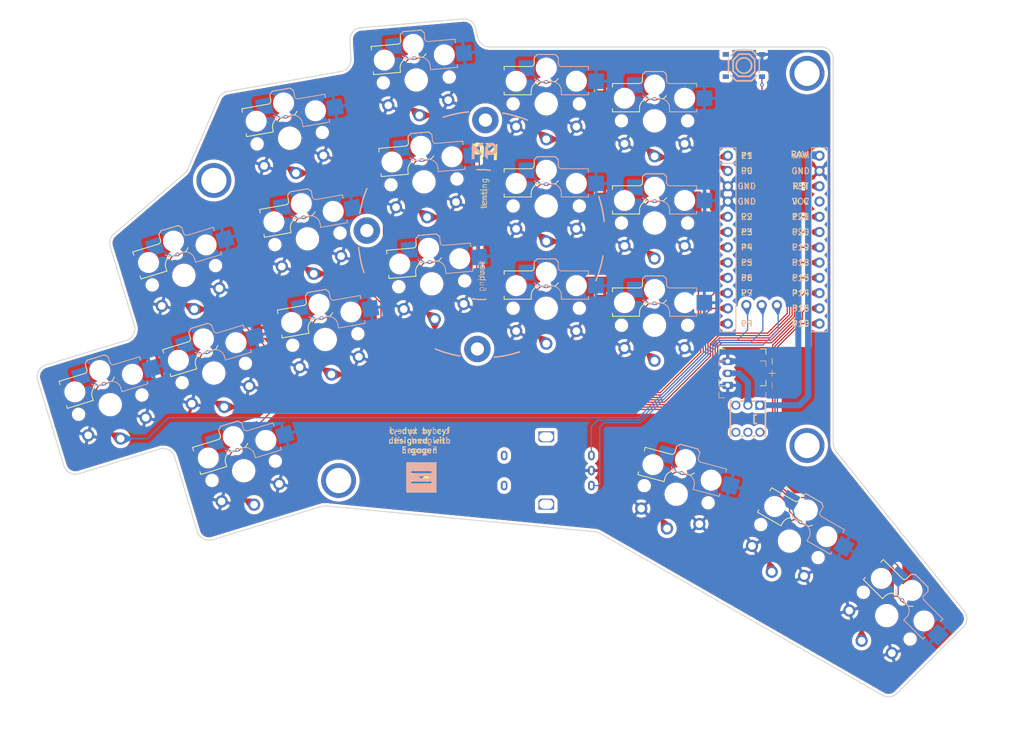
<source format=kicad_pcb>
(kicad_pcb (version 20240108) (generator "pcbnew") (generator_version "8.0")
  (title_block (title "c-dux") (date "2025-04-01") (rev "v1.0.0") (company "Unknown"))
  (layers (0 "F.Cu" signal) (31 "B.Cu" signal) (34 "B.Paste" user) (35 "F.Paste" user) (36 "B.SilkS" user "B.Silkscreen") (37 "F.SilkS" user "F.Silkscreen") (38 "B.Mask" user) (39 "F.Mask" user) (44 "Edge.Cuts" user))
  (net 0 "")
  (net 1 "P101")
  (net 2 "GND")
  (net 3 "P15")
  (net 4 "P18")
  (net 5 "P19")
  (net 6 "P20")
  (net 7 "P21")
  (net 8 "P9")
  (net 9 "P8")
  (net 10 "P7")
  (net 11 "P6")
  (net 12 "P4")
  (net 13 "P3")
  (net 14 "P0")
  (net 15 "P5")
  (net 16 "P2")
  (net 17 "P1")
  (net 18 "P14")
  (net 19 "P16")
  (net 20 "P10")
  (net 21 "RAW")
  (net 22 "RST")
  (net 23 "VCC")
  (net 24 "P102")
  (net 25 "P107")
  (net 26 "BRAW")
  (footprint "ceoloide:switch_choc_v1_v2" (layer "F.Cu") (at 231.319339 92.536869)
    (property "Reference" "S16" (hide yes))
    (property "Value" "")
  )
  (footprint "ceoloide:switch_choc_v1_v2" (layer "F.Cu") (at 234.918996 154.643543 -15)
    (property "Reference" "S17" (hide yes))
    (property "Value" "")
  )
  (footprint "ceoloide:switch_choc_v1_v2" (layer "F.Cu") (at 253.7436 162.440949 -30)
    (property "Reference" "S18" (hide yes))
    (property "Value" "")
  )
  (footprint "ceoloide:switch_choc_v1_v2" (layer "F.Cu") (at 140.845876 139.748329 17)
    (property "Reference" "S1" (hide yes))
    (property "Value" "")
  )
  (footprint "ceoloide:switch_choc_v1_v2" (layer "F.Cu") (at 158.059362 134.485638 17)
    (property "Reference" "S3" (hide yes))
    (property "Value" "")
  )
  (footprint "easyeda2kicad:SW-TH_5.8ZSPT" (layer "F.Cu") (at 246.829339 142.086869)
    (property "Reference" "SW1" (hide yes))
    (property "Value" "SW_Push_Lock")
  )
  (footprint "ceoloide:switch_choc_v1_v2" (layer "F.Cu") (at 192.995876 102.692643 5)
    (property "Reference" "S9" (hide yes))
    (property "Value" "")
  )
  (footprint "easyeda2kicad:SW-SMD_4P-L5.1-W5.1-P3.70-LS6.5-TL_H1.5" (layer "F.Cu") (at 246.169339 83.336869 180)
    (property "Reference" "SW2" (hide yes))
    (property "Value" "SW-SMD_4P")
  )
  (footprint "ceoloide:switch_choc_v1_v2" (layer "F.Cu") (at 231.319339 126.536869)
    (property "Reference" "S14" (hide yes))
    (property "Value" "")
  )
  (footprint "ceoloide:switch_choc_v1_v2" (layer "F.Cu") (at 153.089043 118.228457 17)
    (property "Reference" "S4" (hide yes))
    (property "Value" "")
  )
  (footprint "ceoloide:switch_choc_v1_v2" (layer "F.Cu") (at 213.319339 106.703535)
    (property "Reference" "S12" (hide yes))
    (property "Value" "")
  )
  (footprint "ceoloide:mounting_hole_plated" (layer "F.Cu") (at 256.659339 84.636869)
    (property "Reference" "H1" (hide yes))
    (property "Value" "")
  )
  (footprint "ceoloide:battery_connector_jst_ph_2" (layer "F.Cu") (at 243.475339 133.536869 90)
    (property "Reference" "JST1" (hide yes))
    (property "Value" "")
  )
  (footprint "TentingPuck_NoHole" (layer "F.Cu") (at 202.537099 111.452468 178)
    (property "Reference" "TP1" (hide yes))
    (property "Value" "Tenting Puck, no hole" (hide yes))
  )
  (footprint "ceoloide:mounting_hole_plated" (layer "F.Cu") (at 158.070339 102.462535)
    (property "Reference" "H3" (hide yes))
    (property "Value" "")
  )
  (footprint "ceoloide:switch_choc_v1_v2" (layer "F.Cu") (at 194.278284 119.645384 5)
    (property "Reference" "S8" (hide yes))
    (property "Value" "")
  )
  (footprint "ceoloide:mounting_hole_plated" (layer "F.Cu") (at 256.659339 146.536869)
    (property "Reference" "H2" (hide yes))
    (property "Value" "")
  )
  (footprint "ceoloide:switch_choc_v1_v2" (layer "F.Cu") (at 231.319339 109.536869)
    (property "Reference" "S15" (hide yes))
    (property "Value" "")
  )
  (footprint "ceoloide:utility_ergogen_logo" (layer "F.Cu") (at 192.569339 151.853535)
    (property "Reference" "LOGO1" (hide yes))
    (property "Value" "")
  )
  (footprint "ceoloide:switch_choc_v1_v2" (layer "F.Cu") (at 170.680705 95.424526 10)
    (property "Reference" "S7" (hide yes))
    (property "Value" "")
  )
  (footprint "ceoloide:mounting_hole_plated" (layer "F.Cu") (at 178.799339 152.369535)
    (property "Reference" "H4" (hide yes))
    (property "Value" "")
  )
  (footprint "ceoloide:switch_choc_v1_v2" (layer "F.Cu") (at 213.319339 89.703535)
    (property "Reference" "S13" (hide yes))
    (property "Value" "")
  )
  (footprint "ceoloide:rotary_encoder_ec11_ec12" (layer "F.Cu") (at 213.319339 150.703535 90)
    (property "Reference" "RE1" (hide yes))
    (property "Value" "")
  )
  (footprint "ceoloide:switch_choc_v1_v2" (layer "F.Cu") (at 176.584743 128.90799 10)
    (property "Reference" "S5" (hide yes))
    (property "Value" "")
  )
  (footprint "ceoloide:switch_choc_v1_v2" (layer "F.Cu") (at 173.632724 112.166258 10)
    (property "Reference" "S6" (hide yes))
    (property "Value" "")
  )
  (footprint "ceoloide:mcu_supermini_nrf52840" (layer "F.Cu") (at 251.119339 111.036869)
    (property "Reference" "MCU1" (hide yes))
    (property "Value" "")
  )
  (footprint "ceoloide:switch_choc_v1_v2" (layer "F.Cu") (at 191.713467 85.739902 5)
    (property "Reference" "S10" (hide yes))
    (property "Value" "")
  )
  (footprint "ceoloide:switch_choc_v1_v2" (layer "F.Cu") (at 269.908655 174.844832 -45)
    (property "Reference" "S19" (hide yes))
    (property "Value" "")
  )
  (footprint "ceoloide:switch_choc_v1_v2" (layer "F.Cu") (at 213.319339 123.703535)
    (property "Reference" "S11" (hide yes))
    (property "Value" "")
  )
  (footprint "ceoloide:switch_choc_v1_v2" (layer "F.Cu") (at 163.029681 150.742819 17)
    (property "Reference" "S2" (hide yes))
    (property "Value" "")
  )
  (gr_arc (start 153.742839 100.536808) (mid 153.51811 100.925405) (end 153.212386 101.254109) (stroke (width 0.15)) (layer "Edge.Cuts"))
  (gr_arc (start 175.932021 156.679965) (mid 176.315871 156.602684) (end 176.707421 156.601683) (stroke (width 0.15)) (layer "Edge.Cuts"))
  (gr_arc (start 135.633207 151.223789) (mid 134.109545 151.077055) (end 133.135854 149.895923) (stroke (width 0.15)) (layer "Edge.Cuts"))
  (gr_line (start 149.055221 147.120268) (end 135.633207 151.223789) (stroke (width 0.15)) (layer "Edge.Cuts"))
  (gr_line (start 180.860324 82.247231) (end 180.693517 79.158701) (stroke (width 0.15)) (layer "Edge.Cuts"))
  (gr_arc (start 149.055221 147.120268) (mid 150.581009 147.268069) (end 151.553944 148.452636) (stroke (width 0.15)) (layer "Edge.Cuts"))
  (gr_line (start 269.210791 188.077599) (end 222.222404 161.139194) (stroke (width 0.15)) (layer "Edge.Cuts"))
  (gr_line (start 221.418336 160.883389) (end 176.707421 156.601683) (stroke (width 0.15)) (layer "Edge.Cuts"))
  (gr_line (start 133.135854 149.895923) (end 128.779516 135.646982) (stroke (width 0.15)) (layer "Edge.Cuts"))
  (gr_arc (start 180.693517 79.158701) (mid 181.180125 77.739904) (end 182.516295 77.058453) (stroke (width 0.15)) (layer "Edge.Cuts"))
  (gr_arc (start 271.619728 187.756726) (mid 270.469582 188.325008) (end 269.210791 188.077599) (stroke (width 0.15)) (layer "Edge.Cuts"))
  (gr_line (start 130.107382 133.149629) (end 143.529395 129.046108) (stroke (width 0.15)) (layer "Edge.Cuts"))
  (gr_arc (start 221.418336 160.883389) (mid 221.834016 160.968401) (end 222.222404 161.139194) (stroke (width 0.15)) (layer "Edge.Cuts"))
  (gr_line (start 160.346317 87.650976) (end 179.21053 84.324706) (stroke (width 0.15)) (layer "Edge.Cuts"))
  (gr_line (start 182.516295 77.058453) (end 199.463349 75.575777) (stroke (width 0.15)) (layer "Edge.Cuts"))
  (gr_arc (start 144.85588 126.544256) (mid 144.711651 128.070357) (end 143.529395 129.046108) (stroke (width 0.15)) (layer "Edge.Cuts"))
  (gr_arc (start 282.781177 174.07601) (mid 283.217888 175.436647) (end 282.635071 176.741384) (stroke (width 0.15)) (layer "Edge.Cuts"))
  (gr_line (start 144.85588 126.544256) (end 140.824303 113.467687) (stroke (width 0.15)) (layer "Edge.Cuts"))
  (gr_line (start 175.932021 156.679965) (end 157.821517 162.216902) (stroke (width 0.15)) (layer "Edge.Cuts"))
  (gr_line (start 153.742839 100.536808) (end 158.860834 88.820017) (stroke (width 0.15)) (layer "Edge.Cuts"))
  (gr_arc (start 140.824303 113.467687) (mid 140.814123 112.323202) (end 141.433205 111.36057) (stroke (width 0.15)) (layer "Edge.Cuts"))
  (gr_line (start 261.459019 147.485193) (end 282.781177 174.07601) (stroke (width 0.15)) (layer "Edge.Cuts"))
  (gr_line (start 141.433205 111.36057) (end 153.212386 101.254109) (stroke (width 0.15)) (layer "Edge.Cuts"))
  (gr_line (start 203.905721 80.253535) (end 259.019339 80.253535) (stroke (width 0.15)) (layer "Edge.Cuts"))
  (gr_line (start 201.585155 77.112902) (end 201.958227 78.7088) (stroke (width 0.15)) (layer "Edge.Cuts"))
  (gr_arc (start 128.779516 135.646982) (mid 128.926209 134.123277) (end 130.107382 133.149629) (stroke (width 0.15)) (layer "Edge.Cuts"))
  (gr_arc (start 157.821517 162.216902) (mid 156.29577 162.069067) (end 155.322794 160.884534) (stroke (width 0.15)) (layer "Edge.Cuts"))
  (gr_line (start 155.322794 160.884534) (end 151.553944 148.452635) (stroke (width 0.15)) (layer "Edge.Cuts"))
  (gr_arc (start 158.860834 88.820017) (mid 159.456747 88.048926) (end 160.346317 87.650976) (stroke (width 0.15)) (layer "Edge.Cuts"))
  (gr_arc (start 203.905721 80.253535) (mid 202.662828 79.820475) (end 201.958227 78.7088) (stroke (width 0.15)) (layer "Edge.Cuts"))
  (gr_arc (start 199.463349 75.575777) (mid 200.811033 75.948497) (end 201.585155 77.112902) (stroke (width 0.15)) (layer "Edge.Cuts"))
  (gr_arc (start 180.860324 82.247231) (mid 180.42945 83.598885) (end 179.21053 84.324706) (stroke (width 0.15)) (layer "Edge.Cuts"))
  (gr_line (start 261.019339 82.253535) (end 261.019339 146.234032) (stroke (width 0.15)) (layer "Edge.Cuts"))
  (gr_arc (start 261.459019 147.485193) (mid 261.132442 146.897119) (end 261.019339 146.234032) (stroke (width 0.15)) (layer "Edge.Cuts"))
  (gr_arc (start 259.019339 80.253535) (mid 260.433515 80.839337) (end 261.019339 82.253535) (stroke (width 0.15)) (layer "Edge.Cuts"))
  (gr_line (start 282.635071 176.741384) (end 271.619729 187.756726) (stroke (width 0.15)) (layer "Edge.Cuts"))
  (gr_text "c-dux by cyf\ndesigned with\nErgogen" (at 192.249339 145.703535 0) (layer "B.SilkS") (effects (font (size 1 1)) (justify mirror)))
  (gr_text "c-dux by cyf\ndesigned with\nErgogen" (at 192.249339 145.703535 0) (layer "F.SilkS") (effects (font (size 1 1))))
  (segment (start 138.872758 136.560939) (end 137.641162 138.877234) (width 0.2) (layer "F.Cu") (net 1))
  (segment (start 137.641162 138.877234) (end 139.062089 143.524875) (width 0.2) (layer "F.Cu") (net 1))
  (segment (start 142.238163 133.100798) (end 140.694519 136.003971) (width 0.2) (layer "F.Cu") (net 1))
  (segment (start 140.694519 136.003971) (end 139.786029 136.281724) (width 0.2) (layer "F.Cu") (net 1))
  (segment (start 139.062089 143.524875) (end 142.57087 145.390527) (width 0.2) (layer "F.Cu") (net 1))
  (segment (start 139.786029 136.281724) (end 138.872758 136.560939) (width 0.2) (layer "F.Cu") (net 1))
  (via (at 139.786029 136.281724) (size 0.6) (drill 0.3) (layers "F.Cu" "B.Cu") (net 1))
  (segment (start 147.059473 145.390527) (end 142.570869 145.390527) (width 0.2) (layer "B.Cu") (net 1))
  (segment (start 228.658628 141.92) (end 150.53 141.92) (width 0.2) (layer "B.Cu") (net 1))
  (segment (start 245.08 129.03) (end 241.548628 129.03) (width 0.2) (layer "B.Cu") (net 1))
  (segment (start 246.779339 127.330661) (end 245.08 129.03) (width 0.2) (layer "B.Cu") (net 1))
  (segment (start 150.53 141.92) (end 147.059473 145.390527) (width 0.2) (layer "B.Cu") (net 1))
  (segment (start 241.548628 129.03) (end 228.658628 141.92) (width 0.2) (layer "B.Cu") (net 1))
  (segment (start 246.779339 123.182069) (end 246.779339 127.330661) (width 0.2) (layer "B.Cu") (net 1))
  (segment (start 135.974367 135.015833) (end 138.87754 136.559477) (width 0.2) (layer "B.Cu") (net 1))
  (segment (start 138.87754 136.559477) (end 139.786029 136.281724) (width 0.2) (layer "B.Cu") (net 1))
  (segment (start 255.22 117.62) (end 243.556869 105.956869) (width 1) (layer "B.Cu") (net 2))
  (segment (start 243.475339 132.536869) (end 253.673131 132.536869) (width 1) (layer "B.Cu") (net 2))
  (segment (start 253.673131 132.536869) (end 255.22 130.99) (width 1) (layer "B.Cu") (net 2))
  (segment (start 243.556869 105.956869) (end 243.499339 105.956869) (width 1) (layer "B.Cu") (net 2))
  (segment (start 255.22 130.99) (end 255.22 117.62) (width 1) (layer "B.Cu") (net 2))
  (segment (start 254.98 125.242744) (end 250.772744 129.45) (width 0.2) (layer "F.Cu") (net 3))
  (segment (start 241.8 132.175488) (end 233.435488 140.54) (width 0.2) (layer "F.Cu") (net 3))
  (segment (start 161.245893 154.519365) (end 164.754674 156.385017) (width 0.2) (layer "F.Cu") (net 3))
  (segment (start 233.435488 140.54) (end 167.977255 140.54) (width 0.2) (layer "F.Cu") (net 3))
  (segment (start 254.98 119.16) (end 254.98 125.242744) (width 0.2) (layer "F.Cu") (net 3))
  (segment (start 159.824967 149.871724) (end 161.245893 154.519365) (width 0.2) (layer "F.Cu") (net 3))
  (segment (start 242.475686 129.45) (end 241.8 130.125686) (width 0.2) (layer "F.Cu") (net 3))
  (segment (start 161.056563 147.555429) (end 159.824967 149.871724) (width 0.2) (layer "F.Cu") (net 3))
  (segment (start 258.739339 118.656869) (end 255.483131 118.656869) (width 0.2) (layer "F.Cu") (net 3))
  (segment (start 162.878323 146.998461) (end 161.969834 147.276214) (width 0.2) (layer "F.Cu") (net 3))
  (segment (start 241.8 130.125686) (end 241.8 132.175488) (width 0.2) (layer "F.Cu") (net 3))
  (segment (start 250.772744 129.45) (end 242.475686 129.45) (width 0.2) (layer "F.Cu") (net 3))
  (segment (start 164.421967 144.095288) (end 162.878323 146.998461) (width 0.2) (layer "F.Cu") (net 3))
  (segment (start 167.977255 140.54) (end 164.421967 144.095288) (width 0.2) (layer "F.Cu") (net 3))
  (segment (start 161.969834 147.276214) (end 161.056563 147.555429) (width 0.2) (layer "F.Cu") (net 3))
  (segment (start 255.483131 118.656869) (end 254.98 119.16) (width 0.2) (layer "F.Cu") (net 3))
  (via (at 161.969834 147.276214) (size 0.6) (drill 0.3) (layers "F.Cu" "B.Cu") (net 3))
  (segment (start 161.061344 147.553968) (end 161.969834 147.276214) (width 0.2) (layer "B.Cu") (net 3))
  (segment (start 158.158171 146.010323) (end 161.061344 147.553968) (width 0.2) (layer "B.Cu") (net 3))
  (segment (start 154.854648 133.614543) (end 156.275574 138.262184) (width 0.2) (layer "F.Cu") (net 4))
  (segment (start 255.493131 116.106869) (end 254.58 117.02) (width 0.2) (layer "F.Cu") (net 4))
  (segment (start 250.607058 129.05) (end 242.31 129.05) (width 0.2) (layer "F.Cu") (net 4))
  (segment (start 241.4 129.96) (end 241.4 132.009802) (width 0.2) (layer "F.Cu") (net 4))
  (segment (start 157.908004 130.74128) (end 156.999515 131.019033) (width 0.2) (layer "F.Cu") (net 4))
  (segment (start 156.999515 131.019033) (end 156.086244 131.298248) (width 0.2) (layer "F.Cu") (net 4))
  (segment (start 167.5 140.14) (end 167.487836 140.127836) (width 0.2) (layer "F.Cu") (net 4))
  (segment (start 241.4 132.009802) (end 233.269802 140.14) (width 0.2) (layer "F.Cu") (net 4))
  (segment (start 159.451648 127.838108) (end 157.908004 130.74128) (width 0.2) (layer "F.Cu") (net 4))
  (segment (start 255.756869 116.116869) (end 255.756869 116.106869) (width 0.2) (layer "F.Cu") (net 4))
  (segment (start 156.086244 131.298248) (end 154.854648 133.614543) (width 0.2) (layer "F.Cu") (net 4))
  (segment (start 242.31 129.05) (end 241.4 129.96) (width 0.2) (layer "F.Cu") (net 4))
  (segment (start 255.756869 116.106869) (end 255.493131 116.106869) (width 0.2) (layer "F.Cu") (net 4))
  (segment (start 156.275574 138.262184) (end 159.784355 140.127836) (width 0.2) (layer "F.Cu") (net 4))
  (segment (start 254.58 125.077058) (end 250.607058 129.05) (width 0.2) (layer "F.Cu") (net 4))
  (segment (start 258.739339 116.116869) (end 255.756869 116.116869) (width 0.2) (layer "F.Cu") (net 4))
  (segment (start 254.58 117.02) (end 254.58 125.077058) (width 0.2) (layer "F.Cu") (net 4))
  (segment (start 167.487836 140.127836) (end 159.784355 140.127836) (width 0.2) (layer "F.Cu") (net 4))
  (segment (start 233.269802 140.14) (end 167.5 140.14) (width 0.2) (layer "F.Cu") (net 4))
  (via (at 156.999515 131.019033) (size 0.6) (drill 0.3) (layers "F.Cu" "B.Cu") (net 4))
  (segment (start 153.187852 129.753142) (end 156.091025 131.296787) (width 0.2) (layer "B.Cu") (net 4))
  (segment (start 156.091025 131.296787) (end 156.999515 131.019033) (width 0.2) (layer "B.Cu") (net 4))
  (segment (start 242.144314 128.65) (end 241 129.794314) (width 0.2) (layer "F.Cu") (net 5))
  (segment (start 149.884329 117.357362) (end 151.305255 122.005003) (width 0.2) (layer "F.Cu") (net 5))
  (segment (start 151.115925 115.041067) (end 149.884329 117.357362) (width 0.2) (layer "F.Cu") (net 5))
  (segment (start 151.305255 122.005003) (end 154.814036 123.870655) (width 0.2) (layer "F.Cu") (net 5))
  (segment (start 233.104116 139.74) (end 168.03 139.74) (width 0.2) (layer "F.Cu") (net 5))
  (segment (start 241 129.794314) (end 241 131.844116) (width 0.2) (layer "F.Cu") (net 5))
  (segment (start 152.029196 114.761853) (end 151.115925 115.041067) (width 0.2) (layer "F.Cu") (net 5))
  (segment (start 160.430655 123.870655) (end 154.814036 123.870655) (width 0.2) (layer "F.Cu") (net 5))
  (segment (start 241 131.844116) (end 233.104116 139.74) (width 0.2) (layer "F.Cu") (net 5))
  (segment (start 254.18 124.911372) (end 250.441372 128.65) (width 0.2) (layer "F.Cu") (net 5))
  (segment (start 152.937685 114.484099) (end 152.029196 114.761853) (width 0.2) (layer "F.Cu") (net 5))
  (segment (start 154.481329 111.580927) (end 152.937685 114.484099) (width 0.2) (layer "F.Cu") (net 5))
  (segment (start 254.18 114.72) (end 254.18 124.911372) (width 0.2) (layer "F.Cu") (net 5))
  (segment (start 258.739339 113.576869) (end 255.323131 113.576869) (width 0.2) (layer "F.Cu") (net 5))
  (segment (start 255.323131 113.576869) (end 254.18 114.72) (width 0.2) (layer "F.Cu") (net 5))
  (segment (start 250.441372 128.65) (end 242.144314 128.65) (width 0.2) (layer "F.Cu") (net 5))
  (segment (start 167.19 138.9) (end 167.19 130.63) (width 0.2) (layer "F.Cu") (net 5))
  (segment (start 168.03 139.74) (end 167.19 138.9) (width 0.2) (layer "F.Cu") (net 5))
  (segment (start 167.19 130.63) (end 160.430655 123.870655) (width 0.2) (layer "F.Cu") (net 5))
  (via (at 152.029196 114.761853) (size 0.6) (drill 0.3) (layers "F.Cu" "B.Cu") (net 5))
  (segment (start 148.217533 113.495961) (end 151.120706 115.039606) (width 0.2) (layer "B.Cu") (net 5))
  (segment (start 151.120706 115.039606) (end 152.029196 114.761853) (width 0.2) (layer "B.Cu") (net 5))
  (segment (start 258.739339 111.036869) (end 255.043131 111.036869) (width 0.2) (layer "F.Cu") (net 6))
  (segment (start 250.275686 128.25) (end 241.978628 128.25) (width 0.2) (layer "F.Cu") (net 6))
  (segment (start 240.6 131.67843) (end 232.93843 139.34) (width 0.2) (layer "F.Cu") (net 6))
  (segment (start 176.890835 125.173096) (end 175.955268 125.338061) (width 0.2) (layer "F.Cu") (net 6))
  (segment (start 173.510076 127.652831) (end 174.354006 132.438997) (width 0.2) (layer "F.Cu") (net 6))
  (segment (start 187.164314 139.105685) (end 185.44 137.381372) (width 0.2) (layer "F.Cu") (net 6))
  (segment (start 240.6 129.628628) (end 240.6 131.67843) (width 0.2) (layer "F.Cu") (net 6))
  (segment (start 185.44 137.381372) (end 185.44 135.31) (width 0.2) (layer "F.Cu") (net 6))
  (segment (start 253.78 112.3) (end 253.78 124.745686) (width 0.2) (layer "F.Cu") (net 6))
  (segment (start 175.955268 125.338061) (end 175.014777 125.503895) (width 0.2) (layer "F.Cu") (net 6))
  (segment (start 255.043131 111.036869) (end 253.78 112.3) (width 0.2) (layer "F.Cu") (net 6))
  (segment (start 174.354006 132.438997) (end 177.609267 134.718355) (width 0.2) (layer "F.Cu") (net 6))
  (segment (start 253.78 124.745686) (end 250.275686 128.25) (width 0.2) (layer "F.Cu") (net 6))
  (segment (start 232.93843 139.34) (end 187.398628 139.34) (width 0.2) (layer "F.Cu") (net 6))
  (segment (start 241.978628 128.25) (end 240.6 129.628628) (width 0.2) (layer "F.Cu") (net 6))
  (segment (start 187.398628 139.34) (end 187.164314 139.105685) (width 0.2) (layer "F.Cu") (net 6))
  (segment (start 178.776781 122.479686) (end 176.890835 125.173096) (width 0.2) (layer "F.Cu") (net 6))
  (segment (start 175.014777 125.503895) (end 173.510076 127.652831) (width 0.2) (layer "F.Cu") (net 6))
  (segment (start 185.44 135.31) (end 184.848356 134.718356) (width 0.2) (layer "F.Cu") (net 6))
  (segment (start 184.848356 134.718356) (end 177.609267 134.718356) (width 0.2) (layer "F.Cu") (net 6))
  (via (at 175.955268 125.338061) (size 0.6) (drill 0.3) (layers "F.Cu" "B.Cu") (net 6))
  (segment (start 172.326291 123.617081) (end 175.019701 125.503027) (width 0.2) (layer "B.Cu") (net 6))
  (segment (start 175.019701 125.503027) (end 175.955268 125.338061) (width 0.2) (layer "B.Cu") (net 6))
  (segment (start 172.062758 108.762164) (end 170.558057 110.911099) (width 0.2) (layer "F.Cu") (net 7))
  (segment (start 180.990938 117.976624) (end 174.657248 117.976624) (width 0.2) (layer "F.Cu") (net 7))
  (segment (start 253.38 110.39) (end 253.38 124.58) (width 0.2) (layer "F.Cu") (net 7))
  (segment (start 175.824762 105.737954) (end 173.938816 108.431364) (width 0.2) (layer "F.Cu") (net 7))
  (segment (start 171.401987 115.697265) (end 174.657248 117.976623) (width 0.2) (layer "F.Cu") (net 7))
  (segment (start 173.938816 108.431364) (end 173.003249 108.59633) (width 0.2) (layer "F.Cu") (net 7))
  (segment (start 185.84 137.215686) (end 185.84 122.825686) (width 0.2) (layer "F.Cu") (net 7))
  (segment (start 253.38 124.58) (end 250.11 127.85) (width 0.2) (layer "F.Cu") (net 7))
  (segment (start 240.2 129.462942) (end 240.2 131.512744) (width 0.2) (layer "F.Cu") (net 7))
  (segment (start 170.558057 110.911099) (end 171.401987 115.697265) (width 0.2) (layer "F.Cu") (net 7))
  (segment (start 185.84 122.825686) (end 180.990938 117.976624) (width 0.2) (layer "F.Cu") (net 7))
  (segment (start 187.564314 138.94) (end 185.84 137.215686) (width 0.2) (layer "F.Cu") (net 7))
  (segment (start 241.812942 127.85) (end 240.2 129.462942) (width 0.2) (layer "F.Cu") (net 7))
  (segment (start 240.2 131.512744) (end 232.772744 138.94) (width 0.2) (layer "F.Cu") (net 7))
  (segment (start 173.003249 108.59633) (end 172.062758 108.762164) (width 0.2) (layer "F.Cu") (net 7))
  (segment (start 258.739339 108.496869) (end 255.273131 108.496869) (width 0.2) (layer "F.Cu") (net 7))
  (segment (start 232.772744 138.94) (end 187.564314 138.94) (width 0.2) (layer "F.Cu") (net 7))
  (segment (start 255.273131 108.496869) (end 253.38 110.39) (width 0.2) (layer "F.Cu") (net 7))
  (segment (start 250.11 127.85) (end 241.812942 127.85) (width 0.2) (layer "F.Cu") (net 7))
  (via (at 173.003249 108.59633) (size 0.6) (drill 0.3) (layers "F.Cu" "B.Cu") (net 7))
  (segment (start 172.067682 108.761295) (end 173.003249 108.59633) (width 0.2) (layer "B.Cu") (net 7))
  (segment (start 169.374272 106.875349) (end 172.067682 108.761295) (width 0.2) (layer "B.Cu") (net 7))
  (segment (start 168.449968 98.955533) (end 171.705229 101.234892) (width 0.2) (layer "F.Cu") (net 8))
  (segment (start 170.986797 91.689632) (end 170.05123 91.854598) (width 0.2) (layer "F.Cu") (net 8))
  (segment (start 186.24 122.66) (end 183.04 119.46) (width 0.2) (layer "F.Cu") (net 8))
  (segment (start 186.26 106.35) (end 181.144892 101.234892) (width 0.2) (layer "F.Cu") (net 8))
  (segment (start 170.05123 91.854598) (end 169.110739 92.020432) (width 0.2) (layer "F.Cu") (net 8))
  (segment (start 232.607058 138.54) (end 187.73 138.54) (width 0.2) (layer "F.Cu") (net 8))
  (segment (start 243.499339 126.276869) (end 241.083131 126.276869) (width 0.2) (layer "F.Cu") (net 8))
  (segment (start 183.04 119.46) (end 183.04 115.81) (width 0.2) (layer "F.Cu") (net 8))
  (segment (start 183.04 115.81) (end 186.26 112.59) (width 0.2) (layer "F.Cu") (net 8))
  (segment (start 186.24 137.05) (end 186.24 122.66) (width 0.2) (layer "F.Cu") (net 8))
  (segment (start 241.083131 126.276869) (end 239.8 127.56) (width 0.2) (layer "F.Cu") (net 8))
  (segment (start 239.8 131.347058) (end 232.607058 138.54) (width 0.2) (layer "F.Cu") (net 8))
  (segment (start 169.110739 92.020432) (end 167.606038 94.169368) (width 0.2) (layer "F.Cu") (net 8))
  (segment (start 187.73 138.54) (end 186.24 137.05) (width 0.2) (layer "F.Cu") (net 8))
  (segment (start 167.606038 94.169368) (end 168.449968 98.955533) (width 0.2) (layer "F.Cu") (net 8))
  (segment (start 172.872743 88.996222) (end 170.986797 91.689632) (width 0.2) (layer "F.Cu") (net 8))
  (segment (start 181.144892 101.234892) (end 171.705229 101.234892) (width 0.2) (layer "F.Cu") (net 8))
  (segment (start 239.8 127.56) (end 239.8 131.347058) (width 0.2) (layer "F.Cu") (net 8))
  (segment (start 186.26 112.59) (end 186.26 106.35) (width 0.2) (layer "F.Cu") (net 8))
  (via (at 170.05123 91.854598) (size 0.6) (drill 0.3) (layers "F.Cu" "B.Cu") (net 8))
  (segment (start 169.115663 92.019564) (end 170.05123 91.854598) (width 0.2) (layer "B.Cu") (net 8))
  (segment (start 166.422253 90.133618) (end 169.115663 92.019564) (width 0.2) (layer "B.Cu") (net 8))
  (segment (start 239.4 125.1) (end 239.4 131.181372) (width 0.2) (layer "F.Cu") (net 9))
  (segment (start 240.763131 123.736869) (end 239.4 125.1) (width 0.2) (layer "F.Cu") (net 9))
  (segment (start 191.748288 122.968533) (end 194.792503 125.522933) (width 0.2) (layer "F.Cu") (net 9))
  (segment (start 193.962345 116.034178) (end 193.010979 116.117412) (width 0.2) (layer "F.Cu") (net 9))
  (segment (start 196.2 138.14) (end 194.792503 136.732503) (width 0.2) (layer "F.Cu") (net 9))
  (segment (start 191.324712 118.127027) (end 191.748288 122.968533) (width 0.2) (layer "F.Cu") (net 9))
  (segment (start 239.4 131.181372) (end 232.441372 138.14) (width 0.2) (layer "F.Cu") (net 9))
  (segment (start 232.441372 138.14) (end 196.2 138.14) (width 0.2) (layer "F.Cu") (net 9))
  (segment (start 193.010979 116.117412) (end 191.324712 118.127027) (width 0.2) (layer "F.Cu") (net 9))
  (segment (start 243.499339 123.736869) (end 240.763131 123.736869) (width 0.2) (layer "F.Cu") (net 9))
  (segment (start 194.90873 115.95138) (end 193.962345 116.034178) (width 0.2) (layer "F.Cu") (net 9))
  (segment (start 197.022245 113.43259) (end 194.90873 115.95138) (width 0.2) (layer "F.Cu") (net 9))
  (segment (start 194.792503 136.732503) (end 194.792503 125.522933) (width 0.2) (layer "F.Cu") (net 9))
  (via (at 193.962345 116.034178) (size 0.6) (drill 0.3) (layers "F.Cu" "B.Cu") (net 9))
  (segment (start 193.01596 116.116976) (end 193.962345 116.034178) (width 0.2) (layer "B.Cu") (net 9))
  (segment (start 190.49717 114.00346) (end 193.01596 116.116976) (width 0.2) (layer "B.Cu") (net 9))
  (segment (start 239 131.015686) (end 232.275686 137.74) (width 0.2) (layer "F.Cu") (net 10))
  (segment (start 201.78 110.41) (end 199.940192 108.570192) (width 0.2) (layer "F.Cu") (net 10))
  (segment (start 243.499339 121.196869) (end 241.203131 121.196869) (width 0.2) (layer "F.Cu") (net 10))
  (segment (start 199.940192 108.570192) (end 193.510095 108.570192) (width 0.2) (layer "F.Cu") (net 10))
  (segment (start 205.46 136.095686) (end 205.46 125.025686) (width 0.2) (layer "F.Cu") (net 10))
  (segment (start 205.46 125.025686) (end 201.78 121.345686) (width 0.2) (layer "F.Cu") (net 10))
  (segment (start 201.78 121.345686) (end 201.78 110.41) (width 0.2) (layer "F.Cu") (net 10))
  (segment (start 207.104314 137.74) (end 205.46 136.095686) (width 0.2) (layer "F.Cu") (net 10))
  (segment (start 191.72857 99.164671) (end 190.042303 101.174286) (width 0.2) (layer "F.Cu") (net 10))
  (segment (start 232.275686 137.74) (end 207.104314 137.74) (width 0.2) (layer "F.Cu") (net 10))
  (segment (start 190.46588 106.015792) (end 193.510095 108.570192) (width 0.2) (layer "F.Cu") (net 10))
  (segment (start 195.739837 96.479849) (end 193.626321 98.998639) (width 0.2) (layer "F.Cu") (net 10))
  (segment (start 192.679936 99.081437) (end 191.72857 99.164671) (width 0.2) (layer "F.Cu") (net 10))
  (segment (start 190.042303 101.174286) (end 190.46588 106.015792) (width 0.2) (layer "F.Cu") (net 10))
  (segment (start 239 123.4) (end 239 131.015686) (width 0.2) (layer "F.Cu") (net 10))
  (segment (start 193.626321 98.998639) (end 192.679936 99.081437) (width 0.2) (layer "F.Cu") (net 10))
  (segment (start 241.203131 121.196869) (end 239 123.4) (width 0.2) (layer "F.Cu") (net 10))
  (via (at 192.679936 99.081437) (size 0.6) (drill 0.3) (layers "F.Cu" "B.Cu") (net 10))
  (segment (start 191.733551 99.164235) (end 192.679936 99.081437) (width 0.2) (layer "B.Cu") (net 10))
  (segment (start 189.214761 97.050719) (end 191.733551 99.164235) (width 0.2) (layer "B.Cu") (net 10))
  (segment (start 243.499339 118.656869) (end 240.983131 118.656869) (width 0.2) (layer "F.Cu") (net 11))
  (segment (start 205.86 124.86) (end 202.18 121.18) (width 0.2) (layer "F.Cu") (net 11))
  (segment (start 197.027451 91.617451) (end 192.227686 91.617451) (width 0.2) (layer "F.Cu") (net 11))
  (segment (start 238.6 121.04) (end 238.6 130.85) (width 0.2) (layer "F.Cu") (net 11))
  (segment (start 202.18 96.77) (end 197.027451 91.617451) (width 0.2) (layer "F.Cu") (net 11))
  (segment (start 192.343912 82.045898) (end 191.397527 82.128696) (width 0.2) (layer "F.Cu") (net 11))
  (segment (start 240.983131 118.656869) (end 238.6 121.04) (width 0.2) (layer "F.Cu") (net 11))
  (segment (start 205.86 135.93) (end 205.86 124.86) (width 0.2) (layer "F.Cu") (net 11))
  (segment (start 232.11 137.34) (end 207.27 137.34) (width 0.2) (layer "F.Cu") (net 11))
  (segment (start 238.6 130.85) (end 232.11 137.34) (width 0.2) (layer "F.Cu") (net 11))
  (segment (start 188.759894 84.221545) (end 189.183471 89.063051) (width 0.2) (layer "F.Cu") (net 11))
  (segment (start 189.183471 89.063051) (end 192.227686 91.617451) (width 0.2) (layer "F.Cu") (net 11))
  (segment (start 194.457428 79.527108) (end 192.343912 82.045898) (width 0.2) (layer "F.Cu") (net 11))
  (segment (start 190.446161 82.21193) (end 188.759894 84.221545) (width 0.2) (layer "F.Cu") (net 11))
  (segment (start 207.27 137.34) (end 205.86 135.93) (width 0.2) (layer "F.Cu") (net 11))
  (segment (start 191.397527 82.128696) (end 190.446161 82.21193) (width 0.2) (layer "F.Cu") (net 11))
  (segment (start 202.18 121.18) (end 202.18 96.77) (width 0.2) (layer "F.Cu") (net 11))
  (via (at 191.397527 82.128696) (size 0.6) (drill 0.3) (layers "F.Cu" "B.Cu") (net 11))
  (segment (start 190.451142 82.211494) (end 191.397527 82.128696) (width 0.2) (layer "B.Cu") (net 11))
  (segment (start 187.932353 80.097978) (end 190.451142 82.211494) (width 0.2) (layer "B.Cu") (net 11))
  (segment (start 241.363131 113.576869) (end 240.56 114.38) (width 0.2) (layer "F.Cu") (net 12))
  (segment (start 238.626465 117.753535) (end 216.594339 117.753535) (width 0.2) (layer "F.Cu") (net 12))
  (segment (start 210.509339 121.933535) (end 210.509339 126.793535) (width 0.2) (layer "F.Cu") (net 12))
  (segment (start 216.594339 117.753535) (end 214.269339 120.078535) (width 0.2) (layer "F.Cu") (net 12))
  (segment (start 243.499339 113.576869) (end 241.363131 113.576869) (width 0.2) (layer "F.Cu") (net 12))
  (segment (start 210.509339 126.793535) (end 213.319339 129.603535) (width 0.2) (layer "F.Cu") (net 12))
  (segment (start 212.364339 120.078535) (end 210.509339 121.933535) (width 0.2) (layer "F.Cu") (net 12))
  (segment (start 214.269339 120.078535) (end 213.319339 120.078535) (width 0.2) (layer "F.Cu") (net 12))
  (segment (start 240.325685 116.054314) (end 238.626465 117.753535) (width 0.2) (layer "F.Cu") (net 12))
  (segment (start 240.56 115.82) (end 240.325685 116.054314) (width 0.2) (layer "F.Cu") (net 12))
  (segment (start 213.319339 120.078535) (end 212.364339 120.078535) (width 0.2) (layer "F.Cu") (net 12))
  (segment (start 240.56 114.38) (end 240.56 115.82) (width 0.2) (layer "F.Cu") (net 12))
  (via (at 213.319339 120.078535) (size 0.6) (drill 0.3) (layers "F.Cu" "B.Cu") (net 12))
  (segment (start 210.044339 117.753535) (end 212.369339 120.078535) (width 0.2) (layer "B.Cu") (net 12))
  (segment (start 212.369339 120.078535) (end 213.319339 120.078535) (width 0.2) (layer "B.Cu") (net 12))
  (segment (start 243.499339 111.036869) (end 240.923131 111.036869) (width 0.2) (layer "F.Cu") (net 13))
  (segment (start 213.319339 103.078535) (end 212.364339 103.078535) (width 0.2) (layer "F.Cu") (net 13))
  (segment (start 215.943535 112.603535) (end 213.319339 112.603535) (width 0.2) (layer "F.Cu") (net 13))
  (segment (start 240.16 111.8) (end 240.16 115.654314) (width 0.2) (layer "F.Cu") (net 13))
  (segment (start 214.269339 103.078535) (end 213.319339 103.078535) (width 0.2) (layer "F.Cu") (net 13))
  (segment (start 240.16 115.654314) (end 238.460779 117.353535) (width 0.2) (layer "F.Cu") (net 13))
  (segment (start 210.509339 104.933535) (end 210.509339 109.793535) (width 0.2) (layer "F.Cu") (net 13))
  (segment (start 212.364339 103.078535) (end 210.509339 104.933535) (width 0.2) (layer "F.Cu") (net 13))
  (segment (start 240.923131 111.036869) (end 240.16 111.8) (width 0.2) (layer "F.Cu") (net 13))
  (segment (start 238.460779 117.353535) (end 220.693535 117.353535) (width 0.2) (layer "F.Cu") (net 13))
  (segment (start 216.594339 100.753535) (end 214.269339 103.078535) (width 0.2) (layer "F.Cu") (net 13))
  (segment (start 210.509339 109.793535) (end 213.319339 112.603535) (width 0.2) (layer "F.Cu") (net 13))
  (segment (start 220.693535 117.353535) (end 215.943535 112.603535) (width 0.2) (layer "F.Cu") (net 13))
  (via (at 213.319339 103.078535) (size 0.6) (drill 0.3) (layers "F.Cu" "B.Cu") (net 13))
  (segment (start 212.369339 103.078535) (end 213.319339 103.078535) (width 0.2) (layer "B.Cu") (net 13))
  (segment (start 210.044339 100.753535) (end 212.369339 103.078535) (width 0.2) (layer "B.Cu") (net 13))
  (segment (start 243.499339 100.876869) (end 242.72247 100.1) (width 0.2) (layer "F.Cu") (net 14))
  (segment (start 212.364339 86.078535) (end 210.509339 87.933535) (width 0.2) (layer "F.Cu") (net 14))
  (segment (start 219.77 96.85) (end 218.523535 95.603535) (width 0.2) (layer "F.Cu") (net 14))
  (segment (start 213.319339 86.078535) (end 212.364339 86.078535) (width 0.2) (layer "F.Cu") (net 14))
  (segment (start 216.594339 83.753535) (end 214.269339 86.078535) (width 0.2) (layer "F.Cu") (net 14))
  (segment (start 210.509339 92.793535) (end 213.319339 95.603535) (width 0.2) (layer "F.Cu") (net 14))
  (segment (start 210.509339 87.933535) (end 210.509339 92.793535) (width 0.2) (layer "F.Cu") (net 14))
  (segment (start 220.64 100.1) (end 219.77 99.23) (width 0.2) (layer "F.Cu") (net 14))
  (segment (start 218.523535 95.603535) (end 213.319339 95.603535) (width 0.2) (layer "F.Cu") (net 14))
  (segment (start 214.269339 86.078535) (end 213.319339 86.078535) (width 0.2) (layer "F.Cu") (net 14))
  (segment (start 242.72247 100.1) (end 220.64 100.1) (width 0.2) (layer "F.Cu") (net 14))
  (segment (start 219.77 99.23) (end 219.77 96.85) (width 0.2) (layer "F.Cu") (net 14))
  (via (at 213.319339 86.078535) (size 0.6) (drill 0.3) (layers "F.Cu" "B.Cu") (net 14))
  (segment (start 210.044339 83.753535) (end 212.369339 86.078535) (width 0.2) (layer "B.Cu") (net 14))
  (segment (start 212.369339 86.078535) (end 213.319339 86.078535) (width 0.2) (layer "B.Cu") (net 14))
  (segment (start 228.509339 124.766869) (end 228.509339 129.626869) (width 0.2) (layer "F.Cu") (net 15))
  (segment (start 234.594339 120.586869) (end 232.269339 122.911869) (width 0.2) (layer "F.Cu") (net 15))
  (segment (start 243.499339 116.116869) (end 241.493131 116.116869) (width 0.2) (layer "F.Cu") (net 15))
  (segment (start 230.364339 122.911869) (end 228.509339 124.766869) (width 0.2) (layer "F.Cu") (net 15))
  (segment (start 241.493131 116.116869) (end 237.023131 120.586869) (width 0.2) (layer "F.Cu") (net 15))
  (segment (start 231.319339 122.911869) (end 230.364339 122.911869) (width 0.2) (layer "F.Cu") (net 15))
  (segment (start 232.269339 122.911869) (end 231.319339 122.911869) (width 0.2) (layer "F.Cu") (net 15))
  (segment (start 237.023131 120.586869) (end 234.594339 120.586869) (width 0.2) (layer "F.Cu") (net 15))
  (segment (start 228.509339 129.626869) (end 231.319339 132.436869) (width 0.2) (layer "F.Cu") (net 15))
  (via (at 231.319339 122.911869) (size 0.6) (drill 0.3) (layers "F.Cu" "B.Cu") (net 15))
  (segment (start 228.044339 120.586869) (end 230.369339 122.911869) (width 0.2) (layer "B.Cu") (net 15))
  (segment (start 230.369339 122.911869) (end 231.319339 122.911869) (width 0.2) (layer "B.Cu") (net 15))
  (segment (start 240.716869 108.496869) (end 239.83 107.61) (width 0.2) (layer "F.Cu") (net 16))
  (segment (start 239.216869 103.586869) (end 234.594339 103.586869) (width 0.2) (layer "F.Cu") (net 16))
  (segment (start 239.83 104.2) (end 239.216869 103.586869) (width 0.2) (layer "F.Cu") (net 16))
  (segment (start 228.509339 107.766869) (end 228.509339 112.626869) (width 0.2) (layer "F.Cu") (net 16))
  (segment (start 232.269339 105.911869) (end 231.319339 105.911869) (width 0.2) (layer "F.Cu") (net 16))
  (segment (start 231.319339 105.911869) (end 230.364339 105.911869) (width 0.2) (layer "F.Cu") (net 16))
  (segment (start 228.509339 112.626869) (end 231.319339 115.436869) (width 0.2) (layer "F.Cu") (net 16))
  (segment (start 239.83 107.61) (end 239.83 104.2) (width 0.2) (layer "F.Cu") (net 16))
  (segment (start 230.364339 105.911869) (end 228.509339 107.766869) (width 0.2) (layer "F.Cu") (net 16))
  (segment (start 234.594339 103.586869) (end 232.269339 105.911869) (width 0.2) (layer "F.Cu") (net 16))
  (segment (start 243.499339 108.496869) (end 240.716869 108.496869) (width 0.2) (layer "F.Cu") (net 16))
  (via (at 231.319339 105.911869) (size 0.6) (drill 0.3) (layers "F.Cu" "B.Cu") (net 16))
  (segment (start 230.369339 105.911869) (end 231.319339 105.911869) (width 0.2) (layer "B.Cu") (net 16))
  (segment (start 228.044339 103.586869) (end 230.369339 105.911869) (width 0.2) (layer "B.Cu") (net 16))
  (segment (start 243.699339 98.336869) (end 243.676208 98.36) (width 0.2) (layer "F.Cu") (net 17))
  (segment (start 231.53247 98.65) (end 231.319339 98.436869) (width 0.2) (layer "F.Cu") (net 17))
  (segment (start 232.269339 88.911869) (end 231.319339 88.911869) (width 0.2) (layer "F.Cu") (net 17))
  (segment (start 230.364339 88.911869) (end 228.509339 90.766869) (width 0.2) (layer "F.Cu") (net 17))
  (segment (start 228.509339 90.766869) (end 228.509339 95.626869) (width 0.2) (layer "F.Cu") (net 17))
  (segment (start 228.509339 95.626869) (end 231.319339 98.436869) (width 0.2) (layer "F.Cu") (net 17))
  (segment (start 234.594339 86.586869) (end 232.269339 88.911869) (width 0.2) (layer "F.Cu") (net 17))
  (segment (start 243.186208 98.65) (end 231.53247 98.65) (width 0.2) (layer "F.Cu") (net 17))
  (segment (start 231.319339 88.911869) (end 230.364339 88.911869) (width 0.2) (layer "F.Cu") (net 17))
  (segment (start 243.499339 98.336869) (end 243.186208 98.65) (width 0.2) (layer "F.Cu") (net 17))
  (via (at 231.319339 88.911869) (size 0.6) (drill 0.3) (layers "F.Cu" "B.Cu") (net 17))
  (segment (start 228.044339 86.586869) (end 230.369339 88.911869) (width 0.2) (layer "B.Cu") (net 17))
  (segment (start 230.369339 88.911869) (end 231.319339 88.911869) (width 0.2) (layer "B.Cu") (net 17))
  (segment (start 249.926083 149.743917) (end 250.93843 148.73157) (width 0.2) (layer "F.Cu") (net 18))
  (segment (start 255.5 125.28843) (end 255.5 121.89) (width 0.2) (layer "F.Cu") (net 18))
  (segment (start 236.774844 151.38794) (end 235.857215 151.142062) (width 0.2) (layer "F.Cu") (net 18))
  (segment (start 234.934756 150.89489) (end 232.662854 152.206573) (width 0.2) (layer "F.Cu") (net 18))
  (segment (start 232.662854 152.206573) (end 231.404993 156.900972) (width 0.2) (layer "F.Cu") (net 18))
  (segment (start 250.93843 148.73157) (end 250.93843 129.85) (width 0.2) (layer "F.Cu") (net 18))
  (segment (start 231.404993 156.900972) (end 233.391963 160.342505) (width 0.2) (layer "F.Cu") (net 18))
  (segment (start 255.5 121.89) (end 256.193131 121.196869) (width 0.2) (layer "F.Cu") (net 18))
  (segment (start 256.193131 121.196869) (end 258.739339 121.196869) (width 0.2) (layer "F.Cu") (net 18))
  (segment (start 235.857215 151.142062) (end 234.934756 150.89489) (width 0.2) (layer "F.Cu") (net 18))
  (segment (start 239.622376 149.743917) (end 236.774844 151.38794) (width 0.2) (layer "F.Cu") (net 18))
  (segment (start 250.93843 129.85) (end 255.5 125.28843) (width 0.2) (layer "F.Cu") (net 18))
  (segment (start 239.622376 149.743917) (end 249.926083 149.743917) (width 0.2) (layer "F.Cu") (net 18))
  (via (at 235.857215 151.142062) (size 0.6) (drill 0.3) (layers "F.Cu" "B.Cu") (net 18))
  (segment (start 233.295562 148.048652) (end 234.939585 150.896184) (width 0.2) (layer "B.Cu") (net 18))
  (segment (start 234.939585 150.896184) (end 235.857215 151.142062) (width 0.2) (layer "B.Cu") (net 18))
  (segment (start 255.5561 159.301607) (end 254.729046 158.824107) (width 0.2) (layer "F.Cu") (net 19))
  (segment (start 259.554833 158.925598) (end 256.378824 159.776607) (width 0.2) (layer "F.Cu") (net 19))
  (segment (start 251.33843 130.015686) (end 251.33843 152.89843) (width 0.2) (layer "F.Cu") (net 19))
  (segment (start 258.739339 123.736869) (end 256.513131 123.736869) (width 0.2) (layer "F.Cu") (net 19))
  (segment (start 252.195069 159.503084) (end 249.765069 163.711968) (width 0.2) (layer "F.Cu") (net 19))
  (segment (start 256.378824 159.776607) (end 255.5561 159.301607) (width 0.2) (layer "F.Cu") (net 19))
  (segment (start 254.729046 158.824107) (end 252.195069 159.503084) (width 0.2) (layer "F.Cu") (net 19))
  (segment (start 253.74 155.3) (end 253.74 157.485507) (width 0.2) (layer "F.Cu") (net 19))
  (segment (start 256.513131 123.736869) (end 255.9 124.35) (width 0.2) (layer "F.Cu") (net 19))
  (segment (start 253.74 157.485507) (end 255.5561 159.301607) (width 0.2) (layer "F.Cu") (net 19))
  (segment (start 249.765069 163.711968) (end 250.7936 167.550499) (width 0.2) (layer "F.Cu") (net 19))
  (segment (start 251.33843 152.89843) (end 253.74 155.3) (width 0.2) (layer "F.Cu") (net 19))
  (segment (start 255.9 125.454116) (end 251.33843 130.015686) (width 0.2) (layer "F.Cu") (net 19))
  (segment (start 255.9 124.35) (end 255.9 125.454116) (width 0.2) (layer "F.Cu") (net 19))
  (via (at 255.5561 159.301607) (size 0.6) (drill 0.3) (layers "F.Cu" "B.Cu") (net 19))
  (segment (start 253.882367 155.650598) (end 254.733376 158.826607) (width 0.2) (layer "B.Cu") (net 19))
  (segment (start 254.733376 158.826607) (end 255.5561 159.301607) (width 0.2) (layer "B.Cu") (net 19))
  (segment (start 255.642933 126.276869) (end 251.73843 130.181372) (width 0.2) (layer "F.Cu") (net 20))
  (segment (start 265.736725 175.042822) (end 265.736725 179.016762) (width 0.2) (layer "F.Cu") (net 20))
  (segment (start 271.8 171.609653) (end 272.471917 172.28157) (width 0.2) (layer "F.Cu") (net 20))
  (segment (start 251.73843 152.732744) (end 254.195686 155.19) (width 0.2) (layer "F.Cu") (net 20))
  (segment (start 271.8 166.594314) (end 271.8 171.609653) (width 0.2) (layer "F.Cu") (net 20))
  (segment (start 251.73843 130.181372) (end 251.73843 152.732744) (width 0.2) (layer "F.Cu") (net 20))
  (segment (start 272.471917 172.28157) (end 271.79663 171.606283) (width 0.2) (layer "F.Cu") (net 20))
  (segment (start 260.395686 155.19) (end 271.8 166.594314) (width 0.2) (layer "F.Cu") (net 20))
  (segment (start 276.431715 172.953321) (end 273.143668 172.953321) (width 0.2) (layer "F.Cu") (net 20))
  (segment (start 273.143668 172.953321) (end 272.471917 172.28157) (width 0.2) (layer "F.Cu") (net 20))
  (segment (start 269.173264 171.606283) (end 265.736725 175.042822) (width 0.2) (layer "F.Cu") (net 20))
  (segment (start 254.195686 155.19) (end 260.395686 155.19) (width 0.2) (layer "F.Cu") (net 20))
  (segment (start 258.739339 126.276869) (end 255.642933 126.276869) (width 0.2) (layer "F.Cu") (net 20))
  (segment (start 271.79663 171.606283) (end 269.173264 171.606283) (width 0.2) (layer "F.Cu") (net 20))
  (via (at 272.471917 172.28157) (size 0.6) (drill 0.3) (layers "F.Cu" "B.Cu") (net 20))
  (segment (start 271.800165 168.321772) (end 271.800165 171.609818) (width 0.2) (layer "B.Cu") (net 20))
  (segment (start 271.800165 171.609818) (end 272.471917 172.28157) (width 0.2) (layer "B.Cu") (net 20))
  (segment (start 257.606235 98.123765) (end 258.596235 98.123765) (width 1) (layer "B.Cu") (net 21))
  (segment (start 255.373131 139.836869) (end 256.84 138.37) (width 1) (layer "B.Cu") (net 21))
  (segment (start 248.829339 139.836869) (end 255.373131 139.836869) (width 1) (layer "B.Cu") (net 21))
  (segment (start 256.84 138.37) (end 256.84 98.89) (width 1) (layer "B.Cu") (net 21))
  (segment (start 256.84 98.89) (end 257.606235 98.123765) (width 1) (layer "B.Cu") (net 21))
  (segment (start 249.846869 103.416869) (end 258.739339 103.416869) (width 0.2) (layer "F.Cu") (net 22))
  (segment (start 249.169339 85.186869) (end 249.169339 86.55) (width 0.2) (layer "F.Cu") (net 22))
  (segment (start 249.169339 102.739339) (end 249.846869 103.416869) (width 0.2) (layer "F.Cu") (net 22))
  (segment (start 249.169339 86.55) (end 249.169339 102.739339) (width 0.2) (layer "F.Cu") (net 22))
  (via (at 249.169339 86.55) (size 0.6) (drill 0.3) (layers "F.Cu" "B.Cu") (net 22))
  (segment (start 249.166208 85.19) (end 249.169339 85.186869) (width 0.2) (layer "B.Cu") (net 22))
  (segment (start 249.169339 85.186869) (end 249.169339 86.55) (width 0.2) (layer "B.Cu") (net 22))
  (segment (start 220.819339 143.390661) (end 220.819339 148.203535) (width 0.2) (layer "B.Cu") (net 24))
  (segment (start 221.89 142.32) (end 220.819339 143.390661) (width 0.2) (layer "B.Cu") (net 24))
  (segment (start 249.319339 127.380661) (end 247.27 129.43) (width 0.2) (layer "B.Cu") (net 24))
  (segment (start 241.714314 129.43) (end 228.824314 142.32) (width 0.2) (layer "B.Cu") (net 24))
  (segment (start 247.27 129.43) (end 241.714314 129.43) (width 0.2) (layer "B.Cu") (net 24))
  (segment (start 228.824314 142.32) (end 221.89 142.32) (width 0.2) (layer "B.Cu") (net 24))
  (segment (start 249.319339 123.182069) (end 249.319339 127.380661) (width 0.2) (layer "B.Cu") (net 24))
  (segment (start 222.2 143.46) (end 222.2 152.94) (width 0.2) (layer "B.Cu") (net 25))
  (segment (start 249.34 129.83) (end 241.88 129.83) (width 0.2) (layer "B.Cu") (net 25))
  (segment (start 222.94 142.72) (end 222.2 143.46) (width 0.2) (layer "B.Cu") (net 25))
  (segment (start 221.936465 153.203535) (end 220.819339 153.203535) (width 0.2) (layer "B.Cu") (net 25))
  (segment (start 251.859339 123.182069) (end 251.859339 127.310661) (width 0.2) (layer "B.Cu") (net 25))
  (segment (start 241.88 129.83) (end 228.99 142.72) (width 0.2) (layer "B.Cu") (net 25))
  (segment (start 251.859339 127.310661) (end 249.34 129.83) (width 0.2) (layer "B.Cu") (net 25))
  (segment (start 228.99 142.72) (end 222.94 142.72) (width 0.2) (layer "B.Cu") (net 25))
  (segment (start 222.2 152.94) (end 221.936465 153.203535) (width 0.2) (layer "B.Cu") (net 25))
  (segment (start 245.350339 134.536869) (end 243.475339 134.536869) (width 1) (layer "B.Cu") (net 26))
  (segment (start 246.829339 136.015869) (end 245.350339 134.536869) (width 1) (layer "B.Cu") (net 26))
  (segment (start 246.829339 139.83687) (end 246.829339 136.015869) (width 1) (layer "B.Cu") (net 26))
  (zone (net 2) (net_name "GND") (layers "F&B.Cu") (connect_pads (clearance 0.6)) (min_thickness 0.25) (fill yes (thermal_gap 0.5) (thermal_bridge_width 0.5))
    (polygon (pts (xy 180.12 74.26) (xy 126.55 101.29) (xy 122.52 141.83) (xy 132.97 167.9) (xy 272.23 194.74) (xy 292.74 173.85) (xy 270.41 145.09) (xy 269.07 72.44)))
  )
  (zone (net 0) (net_name "") (layers "F&B.Cu") (name "antenna") (connect_pads (clearance 0)) (min_thickness 0.25)
    (keepout (tracks allowed) (vias allowed) (pads allowed) (copperpour not_allowed) (footprints allowed))
    (fill (thermal_gap 0.5) (thermal_bridge_width 0.5))
    (polygon (pts (xy 244.83 123.47) (xy 244.83 130.15) (xy 257.38 130.16) (xy 257.38 123.5)))
  )
)
</source>
